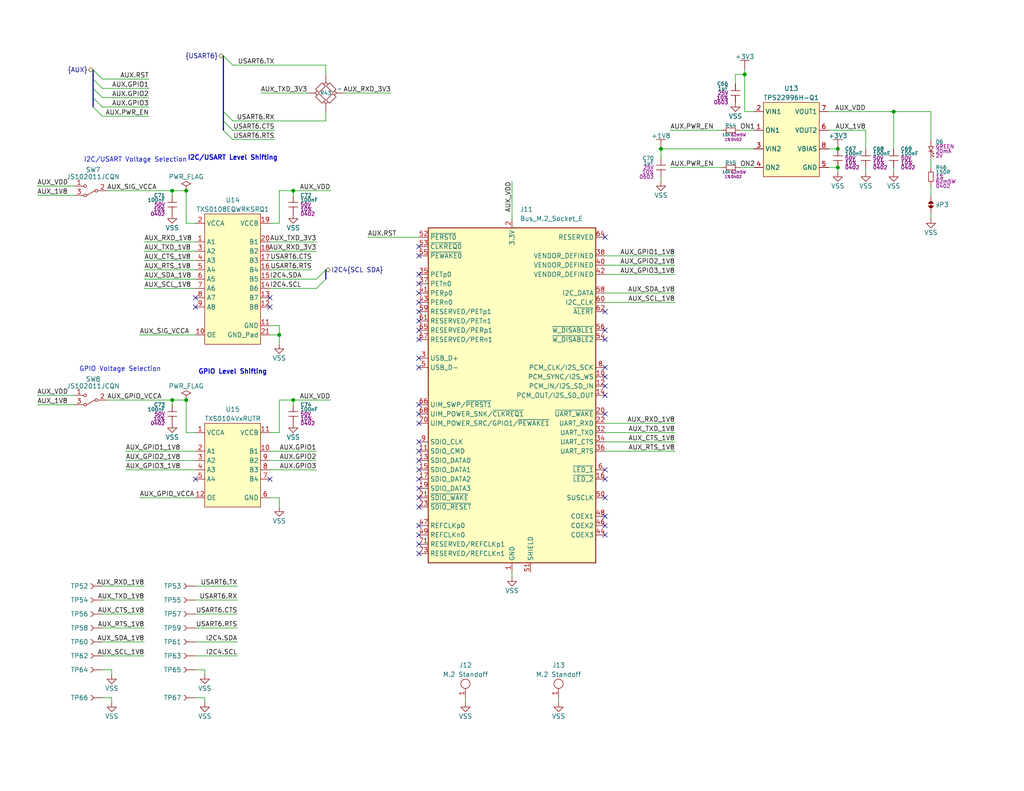
<source format=kicad_sch>
(kicad_sch (version 20250114) (generator "eeschema") (generator_version "9.0")
  (paper "USLetter")
  (title_block (title "Auxillary M.2 Card") (date "2025-03-31") (rev "1") (comment 2 "PROTOTYPE") (comment 3 "2025"))
  (text "GPIO Voltage Selection" (at 21.59 101.6 0) (effects (font (size 1.27 1.27)) (justify left bottom)))
  (text "I2C/USART Level Shifting" (at 63.5 43.18 0) (effects (font (size 1.27 1.27) (thickness 0.254) (bold yes))))
  (text "I2C/USART Voltage Selection" (at 22.86 44.45 0) (effects (font (size 1.27 1.27)) (justify left bottom)))
  (text "GPIO Level Shifting" (at 63.5 101.6 0) (effects (font (size 1.27 1.27) (thickness 0.254) (bold yes))))
  (junction (at 76.2 91.44))
  (junction (at 46.99 52.07))
  (junction (at 243.84 30.48))
  (junction (at 46.99 109.22))
  (junction (at 180.34 40.64))
  (junction (at 50.8 52.07))
  (junction (at 50.8 109.22))
  (junction (at 228.6 40.64))
  (junction (at 80.01 52.07))
  (junction (at 228.6 45.72))
  (junction (at 80.01 109.22))
  (junction (at 203.2 20.32))
  (no_connect (at 165.1 107.95))
  (no_connect (at 165.1 105.41))
  (no_connect (at 165.1 85.09))
  (no_connect (at 165.1 64.77))
  (no_connect (at 73.66 83.82))
  (no_connect (at 165.1 128.27))
  (no_connect (at 165.1 146.05))
  (no_connect (at 114.3 110.49))
  (no_connect (at 165.1 92.71))
  (no_connect (at 114.3 148.59))
  (no_connect (at 165.1 143.51))
  (no_connect (at 114.3 138.43))
  (no_connect (at 114.3 74.93))
  (no_connect (at 53.34 81.28))
  (no_connect (at 165.1 140.97))
  (no_connect (at 114.3 100.33))
  (no_connect (at 114.3 77.47))
  (no_connect (at 114.3 69.85))
  (no_connect (at 114.3 90.17))
  (no_connect (at 165.1 100.33))
  (no_connect (at 114.3 120.65))
  (no_connect (at 114.3 123.19))
  (no_connect (at 114.3 87.63))
  (no_connect (at 114.3 113.03))
  (no_connect (at 114.3 151.13))
  (no_connect (at 73.66 130.81))
  (no_connect (at 114.3 125.73))
  (no_connect (at 114.3 133.35))
  (no_connect (at 165.1 113.03))
  (no_connect (at 114.3 130.81))
  (no_connect (at 114.3 128.27))
  (no_connect (at 114.3 146.05))
  (no_connect (at 73.66 81.28))
  (no_connect (at 53.34 83.82))
  (no_connect (at 114.3 82.55))
  (no_connect (at 114.3 135.89))
  (no_connect (at 114.3 115.57))
  (no_connect (at 165.1 130.81))
  (no_connect (at 53.34 130.81))
  (no_connect (at 114.3 80.01))
  (no_connect (at 114.3 67.31))
  (no_connect (at 165.1 90.17))
  (no_connect (at 114.3 92.71))
  (no_connect (at 114.3 85.09))
  (no_connect (at 114.3 97.79))
  (no_connect (at 165.1 135.89))
  (no_connect (at 114.3 143.51))
  (no_connect (at 165.1 102.87))
  (bus_entry (at 63.5 17.78) (size -2.54 -2.54))
  (bus_entry (at 27.94 31.75) (size -2.54 -2.54))
  (bus_entry (at 27.94 21.59) (size -2.54 -2.54))
  (bus_entry (at 86.36 76.2) (size 2.54 -2.54))
  (bus_entry (at 63.5 38.1) (size -2.54 -2.54))
  (bus_entry (at 27.94 24.13) (size -2.54 -2.54))
  (bus_entry (at 27.94 29.21) (size -2.54 -2.54))
  (bus_entry (at 63.5 35.56) (size -2.54 -2.54))
  (bus_entry (at 27.94 26.67) (size -2.54 -2.54))
  (bus_entry (at 63.5 33.02) (size -2.54 -2.54))
  (bus_entry (at 86.36 78.74) (size 2.54 -2.54))
  (wire (pts (xy 27.94 31.75) (xy 40.64 31.75)))
  (wire (pts (xy 228.6 46.99) (xy 228.6 45.72)))
  (wire (pts (xy 73.66 78.74) (xy 86.36 78.74)))
  (wire (pts (xy 93.98 25.4) (xy 106.68 25.4)))
  (wire (pts (xy 243.84 30.48) (xy 243.84 40.64)))
  (bus (pts (xy 25.4 26.67) (xy 25.4 29.21)))
  (wire (pts (xy 64.77 171.45) (xy 53.34 171.45)))
  (wire (pts (xy 76.2 109.22) (xy 76.2 118.11)))
  (wire (pts (xy 243.84 30.48) (xy 254 30.48)))
  (wire (pts (xy 180.34 40.64) (xy 180.34 43.18)))
  (wire (pts (xy 228.6 45.72) (xy 226.06 45.72)))
  (wire (pts (xy 50.8 60.96) (xy 53.34 60.96)))
  (wire (pts (xy 180.34 48.26) (xy 180.34 49.53)))
  (wire (pts (xy 76.2 93.98) (xy 76.2 91.44)))
  (wire (pts (xy 236.22 35.56) (xy 236.22 40.64)))
  (bus (pts (xy 60.96 15.24) (xy 60.96 30.48)))
  (bus (pts (xy 25.4 24.13) (xy 25.4 26.67)))
  (wire (pts (xy 55.88 182.88) (xy 53.34 182.88)))
  (wire (pts (xy 203.2 20.32) (xy 203.2 30.48)))
  (wire (pts (xy 38.1 91.44) (xy 53.34 91.44)))
  (wire (pts (xy 46.99 53.34) (xy 46.99 52.07)))
  (bus (pts (xy 25.4 21.59) (xy 25.4 24.13)))
  (wire (pts (xy 86.36 125.73) (xy 73.66 125.73)))
  (wire (pts (xy 64.77 179.07) (xy 53.34 179.07)))
  (wire (pts (xy 90.17 109.22) (xy 80.01 109.22)))
  (wire (pts (xy 165.1 69.85) (xy 184.15 69.85)))
  (wire (pts (xy 165.1 82.55) (xy 184.15 82.55)))
  (wire (pts (xy 88.9 17.78) (xy 88.9 20.32)))
  (wire (pts (xy 73.66 91.44) (xy 76.2 91.44)))
  (bus (pts (xy 60.96 33.02) (xy 60.96 35.56)))
  (wire (pts (xy 39.37 163.83) (xy 27.94 163.83)))
  (wire (pts (xy 39.37 171.45) (xy 27.94 171.45)))
  (wire (pts (xy 85.09 71.12) (xy 73.66 71.12)))
  (wire (pts (xy 203.2 30.48) (xy 205.74 30.48)))
  (wire (pts (xy 39.37 167.64) (xy 27.94 167.64)))
  (wire (pts (xy 39.37 66.04) (xy 53.34 66.04)))
  (wire (pts (xy 30.48 190.5) (xy 27.94 190.5)))
  (wire (pts (xy 76.2 52.07) (xy 76.2 60.96)))
  (wire (pts (xy 40.64 29.21) (xy 27.94 29.21)))
  (wire (pts (xy 127 190.5) (xy 127 191.77)))
  (wire (pts (xy 86.36 128.27) (xy 73.66 128.27)))
  (wire (pts (xy 64.77 163.83) (xy 53.34 163.83)))
  (wire (pts (xy 64.77 167.64) (xy 53.34 167.64)))
  (wire (pts (xy 71.12 25.4) (xy 83.82 25.4)))
  (wire (pts (xy 53.34 128.27) (xy 34.29 128.27)))
  (wire (pts (xy 30.48 184.15) (xy 30.48 182.88)))
  (wire (pts (xy 46.99 110.49) (xy 46.99 109.22)))
  (wire (pts (xy 254 30.48) (xy 254 38.1)))
  (wire (pts (xy 73.66 68.58) (xy 86.36 68.58)))
  (wire (pts (xy 165.1 80.01) (xy 184.15 80.01)))
  (wire (pts (xy 63.5 17.78) (xy 88.9 17.78)))
  (wire (pts (xy 55.88 184.15) (xy 55.88 182.88)))
  (wire (pts (xy 64.77 160.02) (xy 53.34 160.02)))
  (wire (pts (xy 10.16 53.34) (xy 20.32 53.34)))
  (wire (pts (xy 63.5 35.56) (xy 74.93 35.56)))
  (wire (pts (xy 64.77 175.26) (xy 53.34 175.26)))
  (wire (pts (xy 165.1 72.39) (xy 184.15 72.39)))
  (wire (pts (xy 201.93 45.72) (xy 205.74 45.72)))
  (wire (pts (xy 254 43.18) (xy 254 45.72)))
  (wire (pts (xy 165.1 120.65) (xy 184.15 120.65)))
  (wire (pts (xy 53.34 123.19) (xy 34.29 123.19)))
  (wire (pts (xy 76.2 118.11) (xy 73.66 118.11)))
  (wire (pts (xy 63.5 38.1) (xy 74.93 38.1)))
  (wire (pts (xy 182.88 35.56) (xy 196.85 35.56)))
  (wire (pts (xy 10.16 110.49) (xy 20.32 110.49)))
  (wire (pts (xy 10.16 107.95) (xy 20.32 107.95)))
  (wire (pts (xy 165.1 118.11) (xy 184.15 118.11)))
  (wire (pts (xy 40.64 26.67) (xy 27.94 26.67)))
  (wire (pts (xy 53.34 76.2) (xy 39.37 76.2)))
  (wire (pts (xy 165.1 115.57) (xy 184.15 115.57)))
  (bus (pts (xy 88.9 76.2) (xy 88.9 73.66)))
  (wire (pts (xy 152.4 190.5) (xy 152.4 191.77)))
  (wire (pts (xy 86.36 123.19) (xy 73.66 123.19)))
  (wire (pts (xy 200.66 20.32) (xy 200.66 22.86)))
  (wire (pts (xy 73.66 135.89) (xy 76.2 135.89)))
  (wire (pts (xy 226.06 35.56) (xy 236.22 35.56)))
  (wire (pts (xy 30.48 182.88) (xy 27.94 182.88)))
  (wire (pts (xy 38.1 135.89) (xy 53.34 135.89)))
  (wire (pts (xy 39.37 73.66) (xy 53.34 73.66)))
  (wire (pts (xy 39.37 179.07) (xy 27.94 179.07)))
  (wire (pts (xy 39.37 160.02) (xy 27.94 160.02)))
  (wire (pts (xy 85.09 73.66) (xy 73.66 73.66)))
  (wire (pts (xy 80.01 53.34) (xy 80.01 52.07)))
  (wire (pts (xy 182.88 45.72) (xy 196.85 45.72)))
  (wire (pts (xy 40.64 21.59) (xy 27.94 21.59)))
  (wire (pts (xy 139.7 156.21) (xy 139.7 157.48)))
  (wire (pts (xy 165.1 74.93) (xy 184.15 74.93)))
  (wire (pts (xy 30.48 191.77) (xy 30.48 190.5)))
  (wire (pts (xy 184.15 123.19) (xy 165.1 123.19)))
  (wire (pts (xy 201.93 35.56) (xy 205.74 35.56)))
  (wire (pts (xy 10.16 50.8) (xy 20.32 50.8)))
  (wire (pts (xy 50.8 109.22) (xy 50.8 118.11)))
  (wire (pts (xy 254 50.8) (xy 254 53.34)))
  (wire (pts (xy 46.99 52.07) (xy 50.8 52.07)))
  (wire (pts (xy 29.21 109.22) (xy 46.99 109.22)))
  (wire (pts (xy 39.37 175.26) (xy 27.94 175.26)))
  (wire (pts (xy 76.2 91.44) (xy 76.2 88.9)))
  (wire (pts (xy 46.99 109.22) (xy 50.8 109.22)))
  (wire (pts (xy 55.88 191.77) (xy 55.88 190.5)))
  (wire (pts (xy 73.66 66.04) (xy 86.36 66.04)))
  (wire (pts (xy 180.34 40.64) (xy 205.74 40.64)))
  (wire (pts (xy 40.64 24.13) (xy 27.94 24.13)))
  (wire (pts (xy 73.66 76.2) (xy 86.36 76.2)))
  (wire (pts (xy 50.8 52.07) (xy 50.8 60.96)))
  (wire (pts (xy 203.2 19.05) (xy 203.2 20.32)))
  (bus (pts (xy 25.4 19.05) (xy 25.4 21.59)))
  (wire (pts (xy 226.06 40.64) (xy 228.6 40.64)))
  (wire (pts (xy 39.37 68.58) (xy 53.34 68.58)))
  (wire (pts (xy 100.33 64.77) (xy 114.3 64.77)))
  (wire (pts (xy 90.17 52.07) (xy 80.01 52.07)))
  (wire (pts (xy 200.66 20.32) (xy 203.2 20.32)))
  (wire (pts (xy 80.01 110.49) (xy 80.01 109.22)))
  (wire (pts (xy 226.06 30.48) (xy 243.84 30.48)))
  (bus (pts (xy 60.96 30.48) (xy 60.96 33.02)))
  (wire (pts (xy 243.84 46.99) (xy 243.84 45.72)))
  (wire (pts (xy 76.2 138.43) (xy 76.2 135.89)))
  (wire (pts (xy 76.2 88.9) (xy 73.66 88.9)))
  (wire (pts (xy 50.8 118.11) (xy 53.34 118.11)))
  (wire (pts (xy 55.88 190.5) (xy 53.34 190.5)))
  (wire (pts (xy 39.37 71.12) (xy 53.34 71.12)))
  (wire (pts (xy 88.9 33.02) (xy 88.9 30.48)))
  (wire (pts (xy 53.34 125.73) (xy 34.29 125.73)))
  (wire (pts (xy 29.21 52.07) (xy 46.99 52.07)))
  (wire (pts (xy 80.01 109.22) (xy 76.2 109.22)))
  (wire (pts (xy 139.7 49.53) (xy 139.7 59.69)))
  (wire (pts (xy 80.01 52.07) (xy 76.2 52.07)))
  (wire (pts (xy 63.5 33.02) (xy 88.9 33.02)))
  (wire (pts (xy 53.34 78.74) (xy 39.37 78.74)))
  (wire (pts (xy 236.22 46.99) (xy 236.22 45.72)))
  (wire (pts (xy 254 58.42) (xy 254 59.69)))
  (wire (pts (xy 76.2 60.96) (xy 73.66 60.96)))
  (label "AUX_CTS_1V8" (at 184.15 120.65 180))
  (label "AUX_RXD_1V8" (at 184.15 115.57 180))
  (label "AUX_TXD_3V3" (at 86.36 66.04 180))
  (label "AUX.PWR_EN" (at 182.88 35.56 0))
  (label "AUX_SDA_1V8" (at 39.37 76.2 0))
  (label "AUX_GPIO1_1V8" (at 184.15 69.85 180))
  (label "AUX_GPIO3_1V8" (at 184.15 74.93 180))
  (label "AUX.GPIO2" (at 40.64 26.67 180))
  (label "USART6.TX" (at 74.93 17.78 180))
  (label "USART6.RTS" (at 74.93 38.1 180))
  (label "AUX_VDD" (at 139.7 49.53 270))
  (label "AUX_CTS_1V8" (at 39.37 167.64 180))
  (label "AUX_GPIO3_1V8" (at 34.29 128.27 0))
  (label "I2C4.SCL" (at 73.66 78.74 0))
  (label "AUX_SCL_1V8" (at 39.37 179.07 180))
  (label "AUX_SIG_VCCA" (at 29.21 52.07 0))
  (label "USART6.RTS" (at 85.09 73.66 180))
  (label "USART6.RTS" (at 64.77 171.45 180))
  (label "AUX_RXD_1V8" (at 39.37 160.02 180))
  (label "AUX_CTS_1V8" (at 39.37 71.12 0))
  (label "ON2" (at 201.93 45.72 0))
  (label "AUX_GPIO_VCCA" (at 38.1 135.89 0))
  (label "AUX_GPIO2_1V8" (at 184.15 72.39 180))
  (label "AUX_1V8" (at 10.16 53.34 0))
  (label "AUX_SDA_1V8" (at 39.37 175.26 180))
  (label "AUX.RST" (at 100.33 64.77 0))
  (label "AUX.GPIO1" (at 40.64 24.13 180))
  (label "I2C4.SCL" (at 64.77 179.07 180))
  (label "AUX_VDD" (at 10.16 107.95 0))
  (label "AUX_RTS_1V8" (at 39.37 171.45 180))
  (label "AUX_1V8" (at 10.16 110.49 0))
  (label "AUX_SDA_1V8" (at 184.15 80.01 180))
  (label "USART6.RX" (at 74.93 33.02 180))
  (label "AUX_TXD_1V8" (at 39.37 163.83 180))
  (label "USART6.RX" (at 64.77 163.83 180))
  (label "AUX_1V8" (at 236.22 35.56 180))
  (label "I2C4.SDA" (at 64.77 175.26 180))
  (label "AUX.GPIO3" (at 86.36 128.27 180))
  (label "AUX_VDD" (at 90.17 109.22 180))
  (label "AUX.PWR_EN" (at 40.64 31.75 180))
  (label "USART6.CTS" (at 64.77 167.64 180))
  (label "AUX.GPIO1" (at 86.36 123.19 180))
  (label "AUX.GPIO3" (at 40.64 29.21 180))
  (label "AUX_GPIO_VCCA" (at 29.21 109.22 0))
  (label "AUX_GPIO1_1V8" (at 34.29 123.19 0))
  (label "AUX_TXD_3V3" (at 71.12 25.4 0))
  (label "AUX_SCL_1V8" (at 39.37 78.74 0))
  (label "AUX_TXD_1V8" (at 184.15 118.11 180))
  (label "AUX_SCL_1V8" (at 184.15 82.55 180))
  (label "AUX_VDD" (at 90.17 52.07 180))
  (label "AUX_TXD_1V8" (at 39.37 68.58 0))
  (label "AUX.RST" (at 40.64 21.59 180))
  (label "USART6.CTS" (at 74.93 35.56 180))
  (label "AUX.PWR_EN" (at 182.88 45.72 0))
  (label "AUX_VDD" (at 236.22 30.48 180))
  (label "ON1" (at 201.93 35.56 0))
  (label "AUX_VDD" (at 10.16 50.8 0))
  (label "AUX_RXD_3V3" (at 86.36 68.58 180))
  (label "USART6.CTS" (at 85.09 71.12 180))
  (label "AUX_RXD_1V8" (at 39.37 66.04 0))
  (label "AUX_RXD_3V3" (at 106.68 25.4 180))
  (label "AUX_SIG_VCCA" (at 38.1 91.44 0))
  (label "AUX_RTS_1V8" (at 184.15 123.19 180))
  (label "AUX.GPIO2" (at 86.36 125.73 180))
  (label "USART6.TX" (at 64.77 160.02 180))
  (label "AUX_GPIO2_1V8" (at 34.29 125.73 0))
  (label "I2C4.SDA" (at 73.66 76.2 0))
  (label "AUX_RTS_1V8" (at 39.37 73.66 0))
  (hierarchical_label "{AUX}" (shape bidirectional) (at 25.4 19.05 180))
  (hierarchical_label "{USART6}" (shape bidirectional) (at 60.96 15.24 180))
  (hierarchical_label "I2C4{SCL SDA}" (shape bidirectional) (at 88.9 73.66 0))
  (symbol (lib_id "lib_pwr:VSS") (at 46.99 115.57 0) (unit 1)
    (property "Reference" "#PWR0162" (effects (hide yes)))
    (property "Value" "VSS" (at 46.99 119.38 0))
  )
  (symbol (lib_id "lib_sch:Testpoint") (at 50.8 179.07 0) (unit 1) (in_bom no)
    (property "Reference" "TP63" (at 49.53 179.07 0) (effects (justify right)))
    (property "Footprint" "lib_misc:TP_2mm" (effects (hide yes)))
    (property "Manufacturer" "N/A" (effects (hide yes)))
    (property "MPN" "N/A" (effects (hide yes)))
    (property "DKPN" "N/A" (effects (hide yes)))
  )
  (symbol (lib_id "lib_pwr:VSS") (at 80.01 58.42 0) (unit 1)
    (property "Reference" "#PWR0159" (effects (hide yes)))
    (property "Value" "VSS" (at 80.01 62.23 0))
  )
  (symbol (lib_id "lib_sch:Mounting-Hole") (at 127 186.69 0) (unit 1)
    (property "Reference" "J12" (at 127 181.61 0))
    (property "Value" "M.2 Standoff" (at 127 184.15 0))
    (property "Footprint" "lib_misc:MountingHole_3.5mm_Pad_Via" (effects (hide yes)))
    (property "Datasheet" "datasheets/ATTEND-Technology-123A-NUT-42.pdf" (effects (hide yes)))
    (property "Description" "NUT M3 H=2.45MM, FOR M.2 CONN H=4.2" (effects (hide yes)))
    (property "Manufacturer" "ATTEND Technology" (effects (hide yes)))
    (property "MPN" "123A-NUT-42" (effects (hide yes)))
    (property "DKPN" "4827-123A-NUT-42CT-ND" (effects (hide yes)))
  )
  (symbol (lib_id "lib_pwr:VSS") (at 30.48 184.15 0) (unit 1)
    (property "Reference" "#PWR0166" (effects (hide yes)))
    (property "Value" "VSS" (at 30.48 187.96 0))
  )
  (symbol (lib_id "lib_sch:Mounting-Hole") (at 152.4 186.69 0) (unit 1)
    (property "Reference" "J13" (at 152.4 181.61 0))
    (property "Value" "M.2 Standoff" (at 152.4 184.15 0))
    (property "Footprint" "lib_misc:MountingHole_3.5mm_Pad_Via" (effects (hide yes)))
    (property "Datasheet" "datasheets/ATTEND-Technology-123A-NUT-42.pdf" (effects (hide yes)))
    (property "Description" "NUT M3 H=2.45MM, FOR M.2 CONN H=4.2" (effects (hide yes)))
    (property "Manufacturer" "ATTEND Technology" (effects (hide yes)))
    (property "MPN" "123A-NUT-42" (effects (hide yes)))
    (property "DKPN" "4827-123A-NUT-42CT-ND" (effects (hide yes)))
  )
  (symbol (lib_id "lib_sch:C") (at 80.01 55.88 0) (unit 1)
    (property "Reference" "C72" (at 81.915 53.34 0) (effects (font (size 1.016 1.016)) (justify left)))
    (property "Value" "100nF" (at 81.915 54.61 0) (effects (font (size 1.016 1.016)) (justify left)))
    (property "Footprint" "lib_passives:GCM0402" (effects (hide yes)))
    (property "Datasheet" "datasheets/Murata-Electronics-GRT155R71H104KE01.pdf" (effects (hide yes)))
    (property "Description" "CAP CER 0.1UF 50V X7R 0402" (effects (hide yes)))
    (property "Manufacturer" "Murata Electronics" (effects (hide yes)))
    (property "MPN" "GRT155R71H104KE01D" (effects (hide yes)))
    (property "DKPN" "490-GRT155R71H104KE01DCT-ND" (effects (hide yes)))
    (property "Tolerance" "10%" (at 81.915 57.15 0) (effects (font (size 1.016 1.016)) (justify left)))
    (property "Voltage Rating" "50V" (at 81.915 55.88 0) (effects (font (size 1.016 1.016)) (justify left)))
    (property "Package" "0402" (at 81.915 58.42 0) (effects (font (size 1.016 1.016)) (justify left)))
  )
  (symbol (lib_id "lib_sch:Testpoint") (at 50.8 175.26 0) (unit 1) (in_bom no)
    (property "Reference" "TP61" (at 49.53 175.26 0) (effects (justify right)))
    (property "Footprint" "lib_misc:TP_2mm" (effects (hide yes)))
    (property "Manufacturer" "N/A" (effects (hide yes)))
    (property "MPN" "N/A" (effects (hide yes)))
    (property "DKPN" "N/A" (effects (hide yes)))
  )
  (symbol (lib_id "lib_sch:C") (at 243.84 43.18 0) (unit 1)
    (property "Reference" "C69" (at 245.745 40.64 0) (effects (font (size 1.016 1.016)) (justify left)))
    (property "Value" "100nF" (at 245.745 41.91 0) (effects (font (size 1.016 1.016)) (justify left)))
    (property "Footprint" "lib_passives:GCM0402" (effects (hide yes)))
    (property "Datasheet" "datasheets/Murata-Electronics-GRT155R71H104KE01.pdf" (effects (hide yes)))
    (property "Description" "CAP CER 0.1UF 50V X7R 0402" (effects (hide yes)))
    (property "Manufacturer" "Murata Electronics" (effects (hide yes)))
    (property "MPN" "GRT155R71H104KE01D" (effects (hide yes)))
    (property "DKPN" "490-GRT155R71H104KE01DCT-ND" (effects (hide yes)))
    (property "Tolerance" "10%" (at 245.745 44.45 0) (effects (font (size 1.016 1.016)) (justify left)))
    (property "Voltage Rating" "50V" (at 245.745 43.18 0) (effects (font (size 1.016 1.016)) (justify left)))
    (property "Package" "0402" (at 245.745 45.72 0) (effects (font (size 1.016 1.016)) (justify left)))
  )
  (symbol (lib_id "lib_pwr:VSS") (at 55.88 184.15 0) (unit 1)
    (property "Reference" "#PWR0167" (effects (hide yes)))
    (property "Value" "VSS" (at 55.88 187.96 0))
  )
  (symbol (lib_id "lib_sch:Testpoint") (at 50.8 163.83 0) (unit 1) (in_bom no)
    (property "Reference" "TP55" (at 49.53 163.83 0) (effects (justify right)))
    (property "Footprint" "lib_misc:TP_2mm" (effects (hide yes)))
    (property "Manufacturer" "N/A" (effects (hide yes)))
    (property "MPN" "N/A" (effects (hide yes)))
    (property "DKPN" "N/A" (effects (hide yes)))
  )
  (symbol (lib_id "lib_sch:LED") (at 254 40.64 0) (unit 1)
    (property "Reference" "D6" (at 255.27 38.735 0) (effects (font (size 1.016 1.016)) (justify left)))
    (property "Value" "LTST-C191KGKT" (effects (hide yes)))
    (property "Footprint" "lib_diodes:LTST-0603" (effects (hide yes)))
    (property "Datasheet" "datasheets/Lite-On-LTST-C191KGKT.pdf" (effects (hide yes)))
    (property "Description" "LED GREEN CLEAR SMD" (effects (hide yes)))
    (property "Manufacturer" "Lite-On Inc." (effects (hide yes)))
    (property "MPN" "LTST-C191KGKT" (effects (hide yes)))
    (property "DKPN" "160-1446-1-ND" (effects (hide yes)))
    (property "Forward Voltage" "2V" (at 255.27 42.545 0) (effects (font (size 1.016 1.016)) (justify left)))
    (property "Current" "20mA" (at 255.27 41.275 0) (effects (font (size 1.016 1.016)) (justify left)))
    (property "Color" "GREEN" (at 255.27 40.005 0) (effects (font (size 1.016 1.016)) (justify left)))
  )
  (symbol (lib_id "lib_sch:TXS0104VxRUTR") (at 63.5 127 0) (unit 1)
    (property "Reference" "U15" (at 63.5 111.76 0))
    (property "Value" "TXS0104VxRUTR" (at 63.5 114.3 0))
    (property "Footprint" "lib_ICs:QFN40P170X200X55-12" (effects (hide yes)))
    (property "Datasheet" "datasheets/Texas-Instruments-TXS0104V.pdf" (effects (hide yes)))
    (property "Description" "Voltage Level Translator Bidirectional 1 Circuit 4 Channel 24Mbps" (effects (hide yes)))
    (property "Manufacturer" "Texas Instruments" (effects (hide yes)))
    (property "MPN" "TXS0104VQRUTRQ1" (effects (hide yes)))
    (property "DKPN" "296-TXS0104VQRUTRQ1CT-ND" (effects (hide yes)))
  )
  (symbol (lib_id "lib_sch:SPDT") (at 25.4 52.07 0) (mirror y) (unit 1)
    (property "Reference" "SW7" (at 25.4 46.355 0))
    (property "Value" "JS102011JCQN" (at 25.4 48.26 0))
    (property "Footprint" "lib_switches:JS102011JCQN" (effects (hide yes)))
    (property "Datasheet" "datasheets/C&K-JS-Series.pdf" (effects (hide yes)))
    (property "Description" "SWITCH SLIDE SPDT 300MA 6V" (effects (hide yes)))
    (property "Manufacturer" "JS102011JCQN" (effects (hide yes)))
    (property "MPN" "C&K" (effects (hide yes)))
    (property "DKPN" "CKN10721CT-ND" (effects (hide yes)))
  )
  (symbol (lib_id "lib_pwr:VSS") (at 46.99 58.42 0) (unit 1)
    (property "Reference" "#PWR0158" (effects (hide yes)))
    (property "Value" "VSS" (at 46.99 62.23 0))
  )
  (symbol (lib_id "lib_sch:Bus_M.2_Socket_E") (at 139.7 107.95 0) (unit 1)
    (property "Reference" "J11" (at 141.8433 57.15 0) (effects (justify left)))
    (property "Value" "Bus_M.2_Socket_E" (at 141.8433 59.69 0) (effects (justify left)))
    (property "Footprint" "lib_connectors:MDT420E01001" (effects (hide yes)))
    (property "Datasheet" "datasheets/Amphenol-SSIO-PCIe-M2-Drawing.pdf" (effects (hide yes)))
    (property "Description" "M.2 Socket 1-SD Mechanical Key E" (effects (hide yes)))
    (property "Manufacturer" "Amphenol ICC (FCI)" (effects (hide yes)))
    (property "MPN" "MDT420E01001" (effects (hide yes)))
    (property "DKPN" "MDT420E01001CT-ND" (effects (hide yes)))
  )
  (symbol (lib_id "lib_sch:R_double") (at 88.9 25.4 0) (unit 1)
    (property "Reference" "R43" (at 88.9 25.4 0) (effects (font (size 1.016 1.016))))
    (property "Value" "~" (at 92.71 24.2569 0))
    (property "Footprint" "lib_passives:CRCW0402_QUAD_UART" (effects (hide yes)))
    (property "Manufacturer" "Vishay Dale" (effects (hide yes)))
  )
  (symbol (lib_id "lib_pwr:+1V8") (at 180.34 40.64 0) (unit 1)
    (property "Reference" "#PWR0152" (effects (hide yes)))
    (property "Value" "+1V8" (at 180.34 37.084 0))
  )
  (symbol (lib_id "lib_sch:C") (at 46.99 113.03 0) (mirror y) (unit 1)
    (property "Reference" "C73" (at 45.085 110.49 0) (effects (font (size 1.016 1.016)) (justify left)))
    (property "Value" "100nF" (at 45.085 111.76 0) (effects (font (size 1.016 1.016)) (justify left)))
    (property "Footprint" "lib_passives:GCM0402" (effects (hide yes)))
    (property "Datasheet" "datasheets/Murata-Electronics-GRT155R71H104KE01.pdf" (effects (hide yes)))
    (property "Description" "CAP CER 0.1UF 50V X7R 0402" (effects (hide yes)))
    (property "Manufacturer" "Murata Electronics" (effects (hide yes)))
    (property "MPN" "GRT155R71H104KE01D" (effects (hide yes)))
    (property "DKPN" "490-GRT155R71H104KE01DCT-ND" (effects (hide yes)))
    (property "Tolerance" "10%" (at 45.085 114.3 0) (effects (font (size 1.016 1.016)) (justify left)))
    (property "Voltage Rating" "50V" (at 45.085 113.03 0) (effects (font (size 1.016 1.016)) (justify left)))
    (property "Package" "0402" (at 45.085 115.57 0) (effects (font (size 1.016 1.016)) (justify left)))
  )
  (symbol (lib_id "lib_sch:Testpoint") (at 25.4 175.26 0) (unit 1) (in_bom no)
    (property "Reference" "TP60" (at 24.13 175.26 0) (effects (justify right)))
    (property "Footprint" "lib_misc:TP_2mm" (effects (hide yes)))
    (property "Manufacturer" "N/A" (effects (hide yes)))
    (property "MPN" "N/A" (effects (hide yes)))
    (property "DKPN" "N/A" (effects (hide yes)))
  )
  (symbol (lib_id "lib_sch:Testpoint") (at 25.4 182.88 0) (unit 1)
    (property "Reference" "TP64" (at 24.13 182.88 0) (effects (justify right)))
    (property "Value" "RCWCTE" (effects (hide yes)))
    (property "Footprint" "lib_misc:TP_RCW" (effects (hide yes)))
    (property "Datasheet" "datasheets/KOA-RC-Series.pdf" (effects (hide yes)))
    (property "Description" "PC TEST POINT" (effects (hide yes)))
    (property "Manufacturer" "KOA Speer Electronics, Inc." (effects (hide yes)))
    (property "MPN" "RCWCTE" (effects (hide yes)))
    (property "DKPN" "2019-RCWCTECT-ND" (effects (hide yes)))
  )
  (symbol (lib_id "lib_sch:R") (at 254 48.26 0) (unit 1)
    (property "Reference" "R46" (at 255.27 45.72 0) (effects (font (size 1.016 1.016)) (justify left)))
    (property "Value" "150R" (at 255.27 46.99 0) (effects (font (size 1.016 1.016)) (justify left)))
    (property "Footprint" "lib_passives:CRCW0402" (effects (hide yes)))
    (property "Datasheet" "datasheets/Vishay-Dale-DCRCWe3.pdf" (effects (hide yes)))
    (property "Description" "RES SMD 150 OHM 1% 1/16W 0402" (effects (hide yes)))
    (property "Manufacturer" "Vishay Dale" (effects (hide yes)))
    (property "MPN" "CRCW0402150RFKED" (effects (hide yes)))
    (property "DKPN" "541-150LCT-ND" (effects (hide yes)))
    (property "Tolerance" "1%" (at 255.27 48.26 0) (effects (font (size 1.016 1.016)) (justify left)))
    (property "Power Rating" "62m5W" (at 255.27 49.53 0) (effects (font (size 1.016 1.016)) (justify left)))
    (property "Package" "0402" (at 255.27 50.8 0) (effects (font (size 1.016 1.016)) (justify left)))
  )
  (symbol (lib_id "lib_sch:TXS0108EQWRKSRQ1") (at 63.5 76.2 0) (unit 1)
    (property "Reference" "U14" (at 63.5 54.61 0))
    (property "Value" "TXS0108EQWRKSRQ1" (at 63.5 57.15 0))
    (property "Footprint" "lib_ICs:QFN50P450X250X100-20" (effects (hide yes)))
    (property "Datasheet" "datasheets/Texas-Instruments-TXS0108E-Q1.pdf" (effects (hide yes)))
    (property "Description" "Automotive 8-Bit Bi-directional, Level-Shifting, Voltage Translator  for Open-Drain and Push-Pull Applications" (effects (hide yes)))
    (property "Manufacturer" "Texas Instruments" (effects (hide yes)))
    (property "MPN" "TXS0108EQWRKSRQ1" (effects (hide yes)))
    (property "DKPN" "296-TXS0108EQWRKSRQ1CT-ND" (effects (hide yes)))
  )
  (symbol (lib_id "lib_pwr:VSS") (at 127 191.77 0) (unit 1)
    (property "Reference" "#PWR0170" (effects (hide yes)))
    (property "Value" "VSS" (at 127 195.58 0))
  )
  (symbol (lib_id "lib_sch:Testpoint") (at 25.4 167.64 0) (unit 1) (in_bom no)
    (property "Reference" "TP56" (at 24.13 167.64 0) (effects (justify right)))
    (property "Footprint" "lib_misc:TP_2mm" (effects (hide yes)))
    (property "Manufacturer" "N/A" (effects (hide yes)))
    (property "MPN" "N/A" (effects (hide yes)))
    (property "DKPN" "N/A" (effects (hide yes)))
  )
  (symbol (lib_id "lib_sch:Testpoint") (at 25.4 179.07 0) (unit 1) (in_bom no)
    (property "Reference" "TP62" (at 24.13 179.07 0) (effects (justify right)))
    (property "Footprint" "lib_misc:TP_2mm" (effects (hide yes)))
    (property "Manufacturer" "N/A" (effects (hide yes)))
    (property "MPN" "N/A" (effects (hide yes)))
    (property "DKPN" "N/A" (effects (hide yes)))
  )
  (symbol (lib_id "lib_pwr:PWR_FLAG") (at 50.8 52.07 0) (unit 1)
    (property "Reference" "#FLG020" (effects (hide yes)))
    (property "Value" "PWR_FLAG" (at 50.8 48.26 0))
    (property "Description" "Special symbol for telling ERC where power comes from" (effects (hide yes)))
  )
  (symbol (lib_id "lib_pwr:VSS") (at 228.6 46.99 0) (unit 1)
    (property "Reference" "#PWR0154" (effects (hide yes)))
    (property "Value" "VSS" (at 228.6 50.8 0))
  )
  (symbol (lib_id "lib_sch:R_horizontal") (at 199.39 45.72 0) (unit 1)
    (property "Reference" "R45" (at 199.39 44.45 0) (effects (font (size 1.016 1.016))))
    (property "Value" "10K" (at 199.39 46.99 0) (effects (font (size 0.762 0.762)) (justify right)))
    (property "Footprint" "lib_passives:CRCW0402" (effects (hide yes)))
    (property "Datasheet" "datasheets/Vishay-Dale-DCRCWe3.pdf" (effects (hide yes)))
    (property "Description" "RES SMD 10K OHM 1% 1/16W 0402" (effects (hide yes)))
    (property "Manufacturer" "Vishay Dale" (effects (hide yes)))
    (property "MPN" "CRCW040210K0FKED" (effects (hide yes)))
    (property "DKPN" "541-10.0KLCT-ND" (effects (hide yes)))
    (property "Tolerance" "1%" (at 199.39 48.26 0) (effects (font (size 0.762 0.762)) (justify right)))
    (property "Power Rating" "62m5W" (at 199.39 46.99 0) (effects (font (size 0.762 0.762)) (justify left)))
    (property "Package" "0402" (at 199.39 48.26 0) (effects (font (size 0.762 0.762)) (justify left)))
  )
  (symbol (lib_id "lib_sch:C") (at 80.01 113.03 0) (unit 1)
    (property "Reference" "C74" (at 81.915 110.49 0) (effects (font (size 1.016 1.016)) (justify left)))
    (property "Value" "100nF" (at 81.915 111.76 0) (effects (font (size 1.016 1.016)) (justify left)))
    (property "Footprint" "lib_passives:GCM0402" (effects (hide yes)))
    (property "Datasheet" "datasheets/Murata-Electronics-GRT155R71H104KE01.pdf" (effects (hide yes)))
    (property "Description" "CAP CER 0.1UF 50V X7R 0402" (effects (hide yes)))
    (property "Manufacturer" "Murata Electronics" (effects (hide yes)))
    (property "MPN" "GRT155R71H104KE01D" (effects (hide yes)))
    (property "DKPN" "490-GRT155R71H104KE01DCT-ND" (effects (hide yes)))
    (property "Tolerance" "10%" (at 81.915 114.3 0) (effects (font (size 1.016 1.016)) (justify left)))
    (property "Voltage Rating" "50V" (at 81.915 113.03 0) (effects (font (size 1.016 1.016)) (justify left)))
    (property "Package" "0402" (at 81.915 115.57 0) (effects (font (size 1.016 1.016)) (justify left)))
  )
  (symbol (lib_id "lib_pwr:VSS") (at 254 59.69 0) (unit 1)
    (property "Reference" "#PWR0160" (effects (hide yes)))
    (property "Value" "VSS" (at 254 63.5 0))
  )
  (symbol (lib_id "lib_sch:C") (at 200.66 25.4 0) (mirror y) (unit 1)
    (property "Reference" "C66" (at 198.755 22.86 0) (effects (font (size 1.016 1.016)) (justify left)))
    (property "Value" "1uF" (at 198.755 24.13 0) (effects (font (size 1.016 1.016)) (justify left)))
    (property "Footprint" "lib_passives:GRT0603" (effects (hide yes)))
    (property "Datasheet" "datasheets/Murata-Electronics-GRT188R71E105KE13.pdf" (effects (hide yes)))
    (property "Description" "CAP CER 1UF 25V X7R 0603" (effects (hide yes)))
    (property "Manufacturer" "Murata Electronics" (effects (hide yes)))
    (property "MPN" "GRT188R71E105KE13D" (effects (hide yes)))
    (property "DKPN" "490-GRT188R71E105KE13DCT-ND" (effects (hide yes)))
    (property "Tolerance" "10%" (at 198.755 26.67 0) (effects (font (size 1.016 1.016)) (justify left)))
    (property "Voltage Rating" "25V" (at 198.755 25.4 0) (effects (font (size 1.016 1.016)) (justify left)))
    (property "Package" "0603" (at 198.755 27.94 0) (effects (font (size 1.016 1.016)) (justify left)))
  )
  (symbol (lib_id "lib_sch:Testpoint") (at 25.4 171.45 0) (unit 1) (in_bom no)
    (property "Reference" "TP58" (at 24.13 171.45 0) (effects (justify right)))
    (property "Footprint" "lib_misc:TP_2mm" (effects (hide yes)))
    (property "Manufacturer" "N/A" (effects (hide yes)))
    (property "MPN" "N/A" (effects (hide yes)))
    (property "DKPN" "N/A" (effects (hide yes)))
  )
  (symbol (lib_id "lib_pwr:VSS") (at 180.34 49.53 0) (unit 1)
    (property "Reference" "#PWR0157" (effects (hide yes)))
    (property "Value" "VSS" (at 180.34 53.34 0))
  )
  (symbol (lib_id "lib_pwr:+3V3") (at 228.6 40.64 0) (unit 1)
    (property "Reference" "#PWR0153" (effects (hide yes)))
    (property "Value" "+3V3" (at 228.6 37.084 0))
  )
  (symbol (lib_id "lib_sch:C") (at 228.6 43.18 0) (unit 1)
    (property "Reference" "C67" (at 230.505 40.64 0) (effects (font (size 1.016 1.016)) (justify left)))
    (property "Value" "100nF" (at 230.505 41.91 0) (effects (font (size 1.016 1.016)) (justify left)))
    (property "Footprint" "lib_passives:GCM0402" (effects (hide yes)))
    (property "Datasheet" "datasheets/Murata-Electronics-GRT155R71H104KE01.pdf" (effects (hide yes)))
    (property "Description" "CAP CER 0.1UF 50V X7R 0402" (effects (hide yes)))
    (property "Manufacturer" "Murata Electronics" (effects (hide yes)))
    (property "MPN" "GRT155R71H104KE01D" (effects (hide yes)))
    (property "DKPN" "490-GRT155R71H104KE01DCT-ND" (effects (hide yes)))
    (property "Tolerance" "10%" (at 230.505 44.45 0) (effects (font (size 1.016 1.016)) (justify left)))
    (property "Voltage Rating" "50V" (at 230.505 43.18 0) (effects (font (size 1.016 1.016)) (justify left)))
    (property "Package" "0402" (at 230.505 45.72 0) (effects (font (size 1.016 1.016)) (justify left)))
  )
  (symbol (lib_id "lib_sch:Testpoint") (at 50.8 171.45 0) (unit 1) (in_bom no)
    (property "Reference" "TP59" (at 49.53 171.45 0) (effects (justify right)))
    (property "Footprint" "lib_misc:TP_2mm" (effects (hide yes)))
    (property "Manufacturer" "N/A" (effects (hide yes)))
    (property "MPN" "N/A" (effects (hide yes)))
    (property "DKPN" "N/A" (effects (hide yes)))
  )
  (symbol (lib_id "lib_pwr:VSS") (at 76.2 93.98 0) (unit 1)
    (property "Reference" "#PWR0161" (effects (hide yes)))
    (property "Value" "VSS" (at 76.2 97.79 0))
  )
  (symbol (lib_id "lib_sch:TPS22996H-Q1") (at 215.9 38.1 0) (unit 1)
    (property "Reference" "U13" (at 215.9 24.13 0))
    (property "Value" "TPS22996H-Q1" (at 215.9 26.67 0))
    (property "Footprint" "lib_ICs:SOT583" (effects (hide yes)))
    (property "Datasheet" "datasheets/Texas-Instruments-TPS22996H-Q1.pdf" (effects (hide yes)))
    (property "Description" "5.5-V, 3-A, 19-mΩ On-Resistance Automotive Load Switch" (effects (hide yes)))
    (property "Manufacturer" "Texas Instruments" (effects (hide yes)))
    (property "MPN" "TPS22996HQDYCRQ1" (effects (hide yes)))
    (property "DKPN" "296-TPS22996HQDYCRQ1CT-ND" (effects (hide yes)))
  )
  (symbol (lib_id "lib_sch:Testpoint") (at 50.8 190.5 0) (unit 1)
    (property "Reference" "TP67" (at 49.53 190.5 0) (effects (justify right)))
    (property "Value" "RCWCTE" (effects (hide yes)))
    (property "Footprint" "lib_misc:TP_RCW" (effects (hide yes)))
    (property "Datasheet" "datasheets/KOA-RC-Series.pdf" (effects (hide yes)))
    (property "Description" "PC TEST POINT" (effects (hide yes)))
    (property "Manufacturer" "KOA Speer Electronics, Inc." (effects (hide yes)))
    (property "MPN" "RCWCTE" (effects (hide yes)))
    (property "DKPN" "2019-RCWCTECT-ND" (effects (hide yes)))
  )
  (symbol (lib_id "lib_sch:Testpoint") (at 25.4 163.83 0) (unit 1) (in_bom no)
    (property "Reference" "TP54" (at 24.13 163.83 0) (effects (justify right)))
    (property "Footprint" "lib_misc:TP_2mm" (effects (hide yes)))
    (property "Manufacturer" "N/A" (effects (hide yes)))
    (property "MPN" "N/A" (effects (hide yes)))
    (property "DKPN" "N/A" (effects (hide yes)))
  )
  (symbol (lib_id "lib_sch:Testpoint") (at 50.8 167.64 0) (unit 1) (in_bom no)
    (property "Reference" "TP57" (at 49.53 167.64 0) (effects (justify right)))
    (property "Footprint" "lib_misc:TP_2mm" (effects (hide yes)))
    (property "Manufacturer" "N/A" (effects (hide yes)))
    (property "MPN" "N/A" (effects (hide yes)))
    (property "DKPN" "N/A" (effects (hide yes)))
  )
  (symbol (lib_id "lib_sch:C") (at 236.22 43.18 0) (unit 1)
    (property "Reference" "C68" (at 238.125 40.64 0) (effects (font (size 1.016 1.016)) (justify left)))
    (property "Value" "100nF" (at 238.125 41.91 0) (effects (font (size 1.016 1.016)) (justify left)))
    (property "Footprint" "lib_passives:GCM0402" (effects (hide yes)))
    (property "Datasheet" "datasheets/Murata-Electronics-GRT155R71H104KE01.pdf" (effects (hide yes)))
    (property "Description" "CAP CER 0.1UF 50V X7R 0402" (effects (hide yes)))
    (property "Manufacturer" "Murata Electronics" (effects (hide yes)))
    (property "MPN" "GRT155R71H104KE01D" (effects (hide yes)))
    (property "DKPN" "490-GRT155R71H104KE01DCT-ND" (effects (hide yes)))
    (property "Tolerance" "10%" (at 238.125 44.45 0) (effects (font (size 1.016 1.016)) (justify left)))
    (property "Voltage Rating" "50V" (at 238.125 43.18 0) (effects (font (size 1.016 1.016)) (justify left)))
    (property "Package" "0402" (at 238.125 45.72 0) (effects (font (size 1.016 1.016)) (justify left)))
  )
  (symbol (lib_id "lib_pwr:VSS") (at 76.2 138.43 0) (unit 1)
    (property "Reference" "#PWR0164" (effects (hide yes)))
    (property "Value" "VSS" (at 76.2 142.24 0))
  )
  (symbol (lib_id "lib_sch:Testpoint") (at 50.8 160.02 0) (unit 1) (in_bom no)
    (property "Reference" "TP53" (at 49.53 160.02 0) (effects (justify right)))
    (property "Footprint" "lib_misc:TP_2mm" (effects (hide yes)))
    (property "Manufacturer" "N/A" (effects (hide yes)))
    (property "MPN" "N/A" (effects (hide yes)))
    (property "DKPN" "N/A" (effects (hide yes)))
  )
  (symbol (lib_id "lib_pwr:VSS") (at 139.7 157.48 0) (unit 1)
    (property "Reference" "#PWR0165" (effects (hide yes)))
    (property "Value" "VSS" (at 139.7 161.29 0))
  )
  (symbol (lib_id "lib_sch:R_horizontal") (at 199.39 35.56 0) (unit 1)
    (property "Reference" "R44" (at 199.39 34.29 0) (effects (font (size 1.016 1.016))))
    (property "Value" "10K" (at 199.39 36.83 0) (effects (font (size 0.762 0.762)) (justify right)))
    (property "Footprint" "lib_passives:CRCW0402" (effects (hide yes)))
    (property "Datasheet" "datasheets/Vishay-Dale-DCRCWe3.pdf" (effects (hide yes)))
    (property "Description" "RES SMD 10K OHM 1% 1/16W 0402" (effects (hide yes)))
    (property "Manufacturer" "Vishay Dale" (effects (hide yes)))
    (property "MPN" "CRCW040210K0FKED" (effects (hide yes)))
    (property "DKPN" "541-10.0KLCT-ND" (effects (hide yes)))
    (property "Tolerance" "1%" (at 199.39 38.1 0) (effects (font (size 0.762 0.762)) (justify right)))
    (property "Power Rating" "62m5W" (at 199.39 36.83 0) (effects (font (size 0.762 0.762)) (justify left)))
    (property "Package" "0402" (at 199.39 38.1 0) (effects (font (size 0.762 0.762)) (justify left)))
  )
  (symbol (lib_id "lib_sch:Jumper_2_Bridged") (at 254 55.88 270) (unit 1) (in_bom no)
    (property "Reference" "JP3" (at 255.27 55.88 90) (effects (justify left)))
    (property "Value" "~" (at 255.27 55.88 90) (effects (justify left)))
    (property "Footprint" "lib_misc:SolderJumper-2_P1.3mm_Bridged_RoundedPad1.0x1.5mm" (effects (hide yes)))
  )
  (symbol (lib_id "lib_sch:Testpoint") (at 25.4 160.02 0) (unit 1) (in_bom no)
    (property "Reference" "TP52" (at 24.13 160.02 0) (effects (justify right)))
    (property "Footprint" "lib_misc:TP_2mm" (effects (hide yes)))
    (property "Manufacturer" "N/A" (effects (hide yes)))
    (property "MPN" "N/A" (effects (hide yes)))
    (property "DKPN" "N/A" (effects (hide yes)))
  )
  (symbol (lib_id "lib_sch:C") (at 46.99 55.88 0) (mirror y) (unit 1)
    (property "Reference" "C71" (at 45.085 53.34 0) (effects (font (size 1.016 1.016)) (justify left)))
    (property "Value" "100nF" (at 45.085 54.61 0) (effects (font (size 1.016 1.016)) (justify left)))
    (property "Footprint" "lib_passives:GCM0402" (effects (hide yes)))
    (property "Datasheet" "datasheets/Murata-Electronics-GRT155R71H104KE01.pdf" (effects (hide yes)))
    (property "Description" "CAP CER 0.1UF 50V X7R 0402" (effects (hide yes)))
    (property "Manufacturer" "Murata Electronics" (effects (hide yes)))
    (property "MPN" "GRT155R71H104KE01D" (effects (hide yes)))
    (property "DKPN" "490-GRT155R71H104KE01DCT-ND" (effects (hide yes)))
    (property "Tolerance" "10%" (at 45.085 57.15 0) (effects (font (size 1.016 1.016)) (justify left)))
    (property "Voltage Rating" "50V" (at 45.085 55.88 0) (effects (font (size 1.016 1.016)) (justify left)))
    (property "Package" "0402" (at 45.085 58.42 0) (effects (font (size 1.016 1.016)) (justify left)))
  )
  (symbol (lib_id "lib_pwr:+3V3") (at 203.2 19.05 0) (unit 1)
    (property "Reference" "#PWR0150" (effects (hide yes)))
    (property "Value" "+3V3" (at 203.2 15.494 0))
  )
  (symbol (lib_id "lib_pwr:VSS") (at 243.84 46.99 0) (unit 1)
    (property "Reference" "#PWR0156" (effects (hide yes)))
    (property "Value" "VSS" (at 243.84 50.8 0))
  )
  (symbol (lib_id "lib_sch:Testpoint") (at 50.8 182.88 0) (unit 1)
    (property "Reference" "TP65" (at 49.53 182.88 0) (effects (justify right)))
    (property "Value" "RCWCTE" (effects (hide yes)))
    (property "Footprint" "lib_misc:TP_RCW" (effects (hide yes)))
    (property "Datasheet" "datasheets/KOA-RC-Series.pdf" (effects (hide yes)))
    (property "Description" "PC TEST POINT" (effects (hide yes)))
    (property "Manufacturer" "KOA Speer Electronics, Inc." (effects (hide yes)))
    (property "MPN" "RCWCTE" (effects (hide yes)))
    (property "DKPN" "2019-RCWCTECT-ND" (effects (hide yes)))
  )
  (symbol (lib_id "lib_pwr:VSS") (at 152.4 191.77 0) (unit 1)
    (property "Reference" "#PWR0171" (effects (hide yes)))
    (property "Value" "VSS" (at 152.4 195.58 0))
  )
  (symbol (lib_id "lib_sch:SPDT") (at 25.4 109.22 0) (mirror y) (unit 1)
    (property "Reference" "SW8" (at 25.4 103.505 0))
    (property "Value" "JS102011JCQN" (at 25.4 105.41 0))
    (property "Footprint" "lib_switches:JS102011JCQN" (effects (hide yes)))
    (property "Datasheet" "datasheets/C&K-JS-Series.pdf" (effects (hide yes)))
    (property "Description" "SWITCH SLIDE SPDT 300MA 6V" (effects (hide yes)))
    (property "Manufacturer" "JS102011JCQN" (effects (hide yes)))
    (property "MPN" "C&K" (effects (hide yes)))
    (property "DKPN" "CKN10721CT-ND" (effects (hide yes)))
  )
  (symbol (lib_id "lib_sch:Testpoint") (at 25.4 190.5 0) (unit 1)
    (property "Reference" "TP66" (at 24.13 190.5 0) (effects (justify right)))
    (property "Value" "RCWCTE" (effects (hide yes)))
    (property "Footprint" "lib_misc:TP_RCW" (effects (hide yes)))
    (property "Datasheet" "datasheets/KOA-RC-Series.pdf" (effects (hide yes)))
    (property "Description" "PC TEST POINT" (effects (hide yes)))
    (property "Manufacturer" "KOA Speer Electronics, Inc." (effects (hide yes)))
    (property "MPN" "RCWCTE" (effects (hide yes)))
    (property "DKPN" "2019-RCWCTECT-ND" (effects (hide yes)))
  )
  (symbol (lib_id "lib_pwr:VSS") (at 80.01 115.57 0) (unit 1)
    (property "Reference" "#PWR0163" (effects (hide yes)))
    (property "Value" "VSS" (at 80.01 119.38 0))
  )
  (symbol (lib_id "lib_pwr:VSS") (at 55.88 191.77 0) (unit 1)
    (property "Reference" "#PWR0169" (effects (hide yes)))
    (property "Value" "VSS" (at 55.88 195.58 0))
  )
  (symbol (lib_id "lib_pwr:VSS") (at 30.48 191.77 0) (unit 1)
    (property "Reference" "#PWR0168" (effects (hide yes)))
    (property "Value" "VSS" (at 30.48 195.58 0))
  )
  (symbol (lib_id "lib_pwr:VSS") (at 236.22 46.99 0) (unit 1)
    (property "Reference" "#PWR0155" (effects (hide yes)))
    (property "Value" "VSS" (at 236.22 50.8 0))
  )
  (symbol (lib_id "lib_pwr:PWR_FLAG") (at 50.8 109.22 0) (unit 1)
    (property "Reference" "#FLG021" (effects (hide yes)))
    (property "Value" "PWR_FLAG" (at 50.8 105.41 0))
    (property "Description" "Special symbol for telling ERC where power comes from" (effects (hide yes)))
  )
  (symbol (lib_id "lib_pwr:VSS") (at 200.66 27.94 0) (unit 1)
    (property "Reference" "#PWR0151" (effects (hide yes)))
    (property "Value" "VSS" (at 200.66 31.75 0))
  )
  (symbol (lib_id "lib_sch:C") (at 180.34 45.72 0) (mirror y) (unit 1)
    (property "Reference" "C70" (at 178.435 43.18 0) (effects (font (size 1.016 1.016)) (justify left)))
    (property "Value" "1uF" (at 178.435 44.45 0) (effects (font (size 1.016 1.016)) (justify left)))
    (property "Footprint" "lib_passives:GRT0603" (effects (hide yes)))
    (property "Datasheet" "datasheets/Murata-Electronics-GRT188R71E105KE13.pdf" (effects (hide yes)))
    (property "Description" "CAP CER 1UF 25V X7R 0603" (effects (hide yes)))
    (property "Manufacturer" "Murata Electronics" (effects (hide yes)))
    (property "MPN" "GRT188R71E105KE13D" (effects (hide yes)))
    (property "DKPN" "490-GRT188R71E105KE13DCT-ND" (effects (hide yes)))
    (property "Tolerance" "10%" (at 178.435 46.99 0) (effects (font (size 1.016 1.016)) (justify left)))
    (property "Voltage Rating" "25V" (at 178.435 45.72 0) (effects (font (size 1.016 1.016)) (justify left)))
    (property "Package" "0603" (at 178.435 48.26 0) (effects (font (size 1.016 1.016)) (justify left)))
  )
)
</source>
